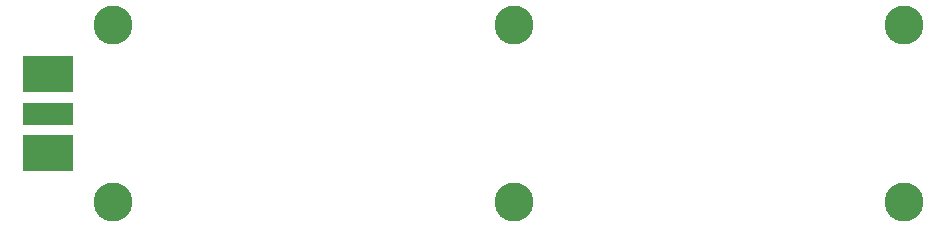
<source format=gbr>
G04 #@! TF.GenerationSoftware,KiCad,Pcbnew,7.0.1*
G04 #@! TF.CreationDate,2023-05-15T13:56:14-06:00*
G04 #@! TF.ProjectId,H-field_RF_probe,482d6669-656c-4645-9f52-465f70726f62,rev?*
G04 #@! TF.SameCoordinates,Original*
G04 #@! TF.FileFunction,Soldermask,Top*
G04 #@! TF.FilePolarity,Negative*
%FSLAX46Y46*%
G04 Gerber Fmt 4.6, Leading zero omitted, Abs format (unit mm)*
G04 Created by KiCad (PCBNEW 7.0.1) date 2023-05-15 13:56:14*
%MOMM*%
%LPD*%
G01*
G04 APERTURE LIST*
G04 Aperture macros list*
%AMRoundRect*
0 Rectangle with rounded corners*
0 $1 Rounding radius*
0 $2 $3 $4 $5 $6 $7 $8 $9 X,Y pos of 4 corners*
0 Add a 4 corners polygon primitive as box body*
4,1,4,$2,$3,$4,$5,$6,$7,$8,$9,$2,$3,0*
0 Add four circle primitives for the rounded corners*
1,1,$1+$1,$2,$3*
1,1,$1+$1,$4,$5*
1,1,$1+$1,$6,$7*
1,1,$1+$1,$8,$9*
0 Add four rect primitives between the rounded corners*
20,1,$1+$1,$2,$3,$4,$5,0*
20,1,$1+$1,$4,$5,$6,$7,0*
20,1,$1+$1,$6,$7,$8,$9,0*
20,1,$1+$1,$8,$9,$2,$3,0*%
G04 Aperture macros list end*
%ADD10RoundRect,0.051000X2.095000X-0.890000X2.095000X0.890000X-2.095000X0.890000X-2.095000X-0.890000X0*%
%ADD11RoundRect,0.051000X2.095000X-1.500000X2.095000X1.500000X-2.095000X1.500000X-2.095000X-1.500000X0*%
%ADD12C,3.302000*%
G04 APERTURE END LIST*
D10*
X102500000Y-65500000D03*
D11*
X102500000Y-68825000D03*
X102500000Y-62175000D03*
D12*
X142000000Y-58000000D03*
X108000000Y-58000000D03*
X175000000Y-73000000D03*
X175000000Y-58000000D03*
X142000000Y-73000000D03*
X108000000Y-73000000D03*
M02*

</source>
